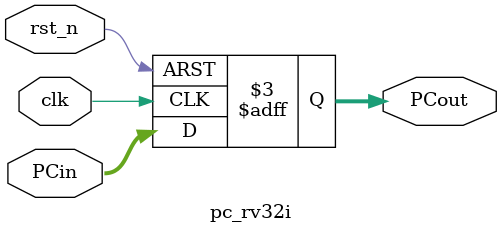
<source format=v>
module pc_rv32i (
    input  wire        clk,
    input  wire        rst_n,
    input  wire [31:0] PCin, 
    output reg  [31:0] PCout
);

    always @(posedge clk or negedge rst_n) begin
        if (!rst_n) begin
            PCout <= 32'h00000000;
        end else begin
            PCout <= PCin;
        end
    end

endmodule
</source>
